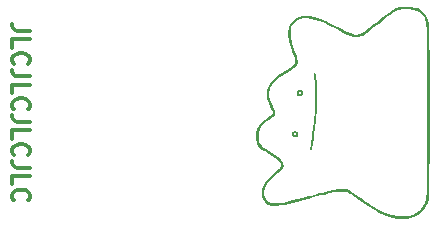
<source format=gbo>
G04 #@! TF.GenerationSoftware,KiCad,Pcbnew,(6.0.6)*
G04 #@! TF.CreationDate,2022-06-27T20:25:50-07:00*
G04 #@! TF.ProjectId,adapter,61646170-7465-4722-9e6b-696361645f70,rev?*
G04 #@! TF.SameCoordinates,Original*
G04 #@! TF.FileFunction,Legend,Bot*
G04 #@! TF.FilePolarity,Positive*
%FSLAX46Y46*%
G04 Gerber Fmt 4.6, Leading zero omitted, Abs format (unit mm)*
G04 Created by KiCad (PCBNEW (6.0.6)) date 2022-06-27 20:25:50*
%MOMM*%
%LPD*%
G01*
G04 APERTURE LIST*
%ADD10C,0.300000*%
%ADD11O,0.850000X0.850000*%
%ADD12R,0.850000X0.850000*%
%ADD13R,1.700000X1.700000*%
%ADD14O,1.700000X1.700000*%
G04 APERTURE END LIST*
D10*
X108321428Y-87571428D02*
X107250000Y-87571428D01*
X107035714Y-87500000D01*
X106892857Y-87357142D01*
X106821428Y-87142857D01*
X106821428Y-87000000D01*
X106821428Y-89000000D02*
X106821428Y-88285714D01*
X108321428Y-88285714D01*
X106964285Y-90357142D02*
X106892857Y-90285714D01*
X106821428Y-90071428D01*
X106821428Y-89928571D01*
X106892857Y-89714285D01*
X107035714Y-89571428D01*
X107178571Y-89500000D01*
X107464285Y-89428571D01*
X107678571Y-89428571D01*
X107964285Y-89500000D01*
X108107142Y-89571428D01*
X108250000Y-89714285D01*
X108321428Y-89928571D01*
X108321428Y-90071428D01*
X108250000Y-90285714D01*
X108178571Y-90357142D01*
X108321428Y-91428571D02*
X107250000Y-91428571D01*
X107035714Y-91357142D01*
X106892857Y-91214285D01*
X106821428Y-91000000D01*
X106821428Y-90857142D01*
X106821428Y-92857142D02*
X106821428Y-92142857D01*
X108321428Y-92142857D01*
X106964285Y-94214285D02*
X106892857Y-94142857D01*
X106821428Y-93928571D01*
X106821428Y-93785714D01*
X106892857Y-93571428D01*
X107035714Y-93428571D01*
X107178571Y-93357142D01*
X107464285Y-93285714D01*
X107678571Y-93285714D01*
X107964285Y-93357142D01*
X108107142Y-93428571D01*
X108250000Y-93571428D01*
X108321428Y-93785714D01*
X108321428Y-93928571D01*
X108250000Y-94142857D01*
X108178571Y-94214285D01*
X108321428Y-95285714D02*
X107250000Y-95285714D01*
X107035714Y-95214285D01*
X106892857Y-95071428D01*
X106821428Y-94857142D01*
X106821428Y-94714285D01*
X106821428Y-96714285D02*
X106821428Y-96000000D01*
X108321428Y-96000000D01*
X106964285Y-98071428D02*
X106892857Y-98000000D01*
X106821428Y-97785714D01*
X106821428Y-97642857D01*
X106892857Y-97428571D01*
X107035714Y-97285714D01*
X107178571Y-97214285D01*
X107464285Y-97142857D01*
X107678571Y-97142857D01*
X107964285Y-97214285D01*
X108107142Y-97285714D01*
X108250000Y-97428571D01*
X108321428Y-97642857D01*
X108321428Y-97785714D01*
X108250000Y-98000000D01*
X108178571Y-98071428D01*
X108321428Y-99142857D02*
X107250000Y-99142857D01*
X107035714Y-99071428D01*
X106892857Y-98928571D01*
X106821428Y-98714285D01*
X106821428Y-98571428D01*
X106821428Y-100571428D02*
X106821428Y-99857142D01*
X108321428Y-99857142D01*
X106964285Y-101928571D02*
X106892857Y-101857142D01*
X106821428Y-101642857D01*
X106821428Y-101500000D01*
X106892857Y-101285714D01*
X107035714Y-101142857D01*
X107178571Y-101071428D01*
X107464285Y-101000000D01*
X107678571Y-101000000D01*
X107964285Y-101071428D01*
X108107142Y-101142857D01*
X108250000Y-101285714D01*
X108321428Y-101500000D01*
X108321428Y-101642857D01*
X108250000Y-101857142D01*
X108178571Y-101928571D01*
G36*
X140649498Y-85555703D02*
G01*
X140915672Y-85604909D01*
X141154598Y-85671147D01*
X141352141Y-85752253D01*
X141541412Y-85875251D01*
X141720019Y-86049272D01*
X141864130Y-86255681D01*
X141964073Y-86482930D01*
X141989087Y-86558515D01*
X142026230Y-86663137D01*
X142056618Y-86740527D01*
X142084002Y-86824593D01*
X142095580Y-86902579D01*
X142102223Y-86953359D01*
X142123532Y-86992177D01*
X142126100Y-87016695D01*
X142128796Y-87095431D01*
X142131338Y-87225552D01*
X142133728Y-87404137D01*
X142135965Y-87628263D01*
X142138049Y-87895005D01*
X142139981Y-88201443D01*
X142141760Y-88544651D01*
X142143387Y-88921708D01*
X142144863Y-89329691D01*
X142146186Y-89765676D01*
X142147359Y-90226741D01*
X142148380Y-90709962D01*
X142149250Y-91212417D01*
X142149969Y-91731183D01*
X142150538Y-92263336D01*
X142150956Y-92805955D01*
X142151224Y-93356115D01*
X142151342Y-93910894D01*
X142151310Y-94467369D01*
X142151128Y-95022617D01*
X142150798Y-95573715D01*
X142150318Y-96117741D01*
X142149689Y-96651770D01*
X142148911Y-97172880D01*
X142147984Y-97678149D01*
X142146910Y-98164652D01*
X142145687Y-98629469D01*
X142144316Y-99069674D01*
X142142797Y-99482346D01*
X142141131Y-99864561D01*
X142139318Y-100213396D01*
X142137357Y-100525929D01*
X142135250Y-100799236D01*
X142132995Y-101030396D01*
X142130595Y-101216483D01*
X142128047Y-101354576D01*
X142125354Y-101441752D01*
X142122515Y-101475088D01*
X142120175Y-101480174D01*
X142105636Y-101539703D01*
X142092540Y-101635084D01*
X142083478Y-101748203D01*
X142074006Y-101863835D01*
X142051830Y-102001416D01*
X142021398Y-102101749D01*
X141985082Y-102155038D01*
X141984165Y-102155768D01*
X141960831Y-102190553D01*
X141922537Y-102261764D01*
X141877090Y-102354945D01*
X141730083Y-102611955D01*
X141533219Y-102854845D01*
X141301152Y-103061497D01*
X141042412Y-103223038D01*
X140822045Y-103317007D01*
X140521293Y-103404164D01*
X140197788Y-103459714D01*
X139866487Y-103481232D01*
X139542345Y-103466292D01*
X139438037Y-103453913D01*
X139056749Y-103388271D01*
X138677832Y-103289579D01*
X138296657Y-103155645D01*
X137908597Y-102984277D01*
X137509024Y-102773282D01*
X137093311Y-102520469D01*
X136656831Y-102223646D01*
X136194956Y-101880620D01*
X136003089Y-101734006D01*
X135828751Y-101604375D01*
X135682989Y-101501185D01*
X135557853Y-101419255D01*
X135445397Y-101353400D01*
X135337670Y-101298437D01*
X135226725Y-101249182D01*
X135197095Y-101237006D01*
X135119869Y-101208956D01*
X135045754Y-101190894D01*
X134959742Y-101180769D01*
X134846824Y-101176532D01*
X134691993Y-101176131D01*
X134600977Y-101177128D01*
X134510114Y-101179925D01*
X134419367Y-101185386D01*
X134324803Y-101194390D01*
X134222490Y-101207817D01*
X134108494Y-101226548D01*
X133978884Y-101251462D01*
X133829724Y-101283439D01*
X133657084Y-101323360D01*
X133457030Y-101372104D01*
X133225629Y-101430552D01*
X132958948Y-101499584D01*
X132653054Y-101580079D01*
X132304015Y-101672917D01*
X131907897Y-101778979D01*
X131460768Y-101899144D01*
X131303225Y-101941312D01*
X130893647Y-102048423D01*
X130531767Y-102138766D01*
X130212904Y-102213229D01*
X129932373Y-102272696D01*
X129685493Y-102318055D01*
X129467580Y-102350192D01*
X129273952Y-102369993D01*
X129099926Y-102378345D01*
X128940819Y-102376134D01*
X128934141Y-102375816D01*
X128752388Y-102362006D01*
X128611822Y-102336989D01*
X128497438Y-102295360D01*
X128394231Y-102231712D01*
X128287196Y-102140639D01*
X128177378Y-102019187D01*
X128056832Y-101817523D01*
X127980282Y-101589160D01*
X127949126Y-101341262D01*
X127964761Y-101080991D01*
X128028584Y-100815510D01*
X128090011Y-100656613D01*
X128203804Y-100440315D01*
X128354159Y-100225611D01*
X128545329Y-100007274D01*
X128781566Y-99780074D01*
X129067124Y-99538784D01*
X129255180Y-99382801D01*
X129399407Y-99250014D01*
X129501526Y-99136509D01*
X129564824Y-99037114D01*
X129592591Y-98946655D01*
X129588114Y-98859962D01*
X129554681Y-98771861D01*
X129502246Y-98694752D01*
X129392664Y-98580333D01*
X129239578Y-98450905D01*
X129048038Y-98310367D01*
X128823093Y-98162618D01*
X128569795Y-98011555D01*
X128453738Y-97944208D01*
X128187639Y-97777087D01*
X127970300Y-97617974D01*
X127797243Y-97461857D01*
X127663993Y-97303726D01*
X127566072Y-97138567D01*
X127499004Y-96961369D01*
X127458313Y-96767119D01*
X127452452Y-96719121D01*
X127451022Y-96619992D01*
X127674649Y-96619992D01*
X127676325Y-96742779D01*
X127682964Y-96831742D01*
X127696920Y-96901742D01*
X127720549Y-96967639D01*
X127756204Y-97044295D01*
X127837641Y-97182322D01*
X127953187Y-97321595D01*
X128105133Y-97459685D01*
X128299618Y-97602135D01*
X128542780Y-97754486D01*
X128822054Y-97922744D01*
X129078092Y-98085932D01*
X129288735Y-98232220D01*
X129457433Y-98364873D01*
X129587633Y-98487156D01*
X129682783Y-98602336D01*
X129746332Y-98713677D01*
X129781726Y-98824445D01*
X129792416Y-98937905D01*
X129790591Y-98987053D01*
X129777026Y-99071038D01*
X129746160Y-99152226D01*
X129693191Y-99236654D01*
X129613317Y-99330357D01*
X129501737Y-99439371D01*
X129353646Y-99569733D01*
X129164244Y-99727478D01*
X129091245Y-99787719D01*
X128891315Y-99958920D01*
X128729763Y-100109461D01*
X128599507Y-100247245D01*
X128493465Y-100380175D01*
X128404554Y-100516151D01*
X128325691Y-100663078D01*
X128308410Y-100699301D01*
X128219869Y-100937061D01*
X128173204Y-101170798D01*
X128166889Y-101394282D01*
X128199398Y-101601280D01*
X128269206Y-101785560D01*
X128374787Y-101940890D01*
X128514617Y-102061039D01*
X128687168Y-102139773D01*
X128770279Y-102160372D01*
X128878068Y-102176236D01*
X129000573Y-102182578D01*
X129141407Y-102178754D01*
X129304186Y-102164120D01*
X129492525Y-102138035D01*
X129710038Y-102099855D01*
X129960341Y-102048938D01*
X130247048Y-101984640D01*
X130573775Y-101906318D01*
X130944136Y-101813331D01*
X131361747Y-101705033D01*
X131830221Y-101580784D01*
X132018402Y-101530529D01*
X132414509Y-101425422D01*
X132761833Y-101334357D01*
X133064569Y-101256304D01*
X133326909Y-101190232D01*
X133553047Y-101135112D01*
X133747176Y-101089912D01*
X133913488Y-101053603D01*
X134056177Y-101025154D01*
X134179437Y-101003535D01*
X134218684Y-100997536D01*
X134412410Y-100975836D01*
X134615682Y-100963999D01*
X134812136Y-100962258D01*
X134985405Y-100970851D01*
X135119123Y-100990011D01*
X135147114Y-100996863D01*
X135303443Y-101051409D01*
X135485152Y-101140207D01*
X135695528Y-101265181D01*
X135937856Y-101428253D01*
X136215423Y-101631345D01*
X136371374Y-101748878D01*
X136592088Y-101914033D01*
X136778516Y-102051619D01*
X136937207Y-102166275D01*
X137074714Y-102262639D01*
X137197585Y-102345351D01*
X137312372Y-102419050D01*
X137425625Y-102488374D01*
X137729777Y-102660035D01*
X138173735Y-102873725D01*
X138614186Y-103042874D01*
X139045830Y-103165791D01*
X139463365Y-103240783D01*
X139861491Y-103266156D01*
X140055776Y-103259985D01*
X140403885Y-103214776D01*
X140721362Y-103127059D01*
X141005546Y-102998462D01*
X141253778Y-102830610D01*
X141463398Y-102625130D01*
X141631745Y-102383648D01*
X141756160Y-102107790D01*
X141761872Y-102091330D01*
X141789367Y-102010788D01*
X141813037Y-101936281D01*
X141833228Y-101862964D01*
X141850288Y-101785993D01*
X141864562Y-101700523D01*
X141876398Y-101601709D01*
X141886142Y-101484707D01*
X141894140Y-101344671D01*
X141900739Y-101176757D01*
X141906287Y-100976121D01*
X141911128Y-100737917D01*
X141915611Y-100457301D01*
X141920081Y-100129427D01*
X141924885Y-99749452D01*
X141927736Y-99497400D01*
X141931330Y-99099727D01*
X141934468Y-98653923D01*
X141937152Y-98165131D01*
X141939381Y-97638492D01*
X141941156Y-97079147D01*
X141942479Y-96492239D01*
X141943350Y-95882908D01*
X141943769Y-95256296D01*
X141943738Y-94617545D01*
X141943258Y-93971796D01*
X141942328Y-93324191D01*
X141940950Y-92679871D01*
X141939125Y-92043978D01*
X141936853Y-91421653D01*
X141934136Y-90818037D01*
X141930973Y-90238273D01*
X141927366Y-89687502D01*
X141923315Y-89170864D01*
X141923040Y-89138814D01*
X141919528Y-88736612D01*
X141916211Y-88386621D01*
X141912841Y-88084429D01*
X141909174Y-87825624D01*
X141904963Y-87605796D01*
X141899960Y-87420534D01*
X141893921Y-87265425D01*
X141886599Y-87136060D01*
X141877748Y-87028026D01*
X141867121Y-86936912D01*
X141854473Y-86858308D01*
X141839556Y-86787802D01*
X141822125Y-86720982D01*
X141801934Y-86653438D01*
X141778736Y-86580758D01*
X141750639Y-86501368D01*
X141650145Y-86299739D01*
X141516148Y-86133503D01*
X141343518Y-85998310D01*
X141127119Y-85889808D01*
X140861819Y-85803648D01*
X140836970Y-85797262D01*
X140733634Y-85774384D01*
X140627796Y-85758540D01*
X140505855Y-85748519D01*
X140354210Y-85743109D01*
X140159257Y-85741100D01*
X140035795Y-85741278D01*
X139892415Y-85744583D01*
X139762366Y-85753667D01*
X139640847Y-85771031D01*
X139523057Y-85799178D01*
X139404195Y-85840612D01*
X139279458Y-85897833D01*
X139144047Y-85973346D01*
X138993158Y-86069652D01*
X138821992Y-86189253D01*
X138625746Y-86334653D01*
X138399619Y-86508354D01*
X138138810Y-86712857D01*
X137838517Y-86950667D01*
X137725833Y-87040077D01*
X137453888Y-87255268D01*
X137220446Y-87438384D01*
X137021190Y-87592002D01*
X136851803Y-87718700D01*
X136707969Y-87821056D01*
X136585369Y-87901647D01*
X136479688Y-87963052D01*
X136386609Y-88007849D01*
X136301814Y-88038614D01*
X136220987Y-88057926D01*
X136139811Y-88068362D01*
X136053970Y-88072501D01*
X135959145Y-88072920D01*
X135926883Y-88072649D01*
X135783726Y-88067582D01*
X135666230Y-88053172D01*
X135548412Y-88025007D01*
X135404293Y-87978673D01*
X135348197Y-87958619D01*
X135198410Y-87898446D01*
X135022518Y-87819107D01*
X134816084Y-87718398D01*
X134574670Y-87594115D01*
X134293838Y-87444054D01*
X133969151Y-87266012D01*
X133738592Y-87141710D01*
X133281452Y-86917213D01*
X132855296Y-86739030D01*
X132460388Y-86607230D01*
X132096991Y-86521882D01*
X131765366Y-86483053D01*
X131465776Y-86490812D01*
X131198484Y-86545227D01*
X131147584Y-86562514D01*
X130966974Y-86646191D01*
X130800671Y-86755166D01*
X130669988Y-86876094D01*
X130648714Y-86901908D01*
X130541066Y-87076198D01*
X130458938Y-87287732D01*
X130406597Y-87523002D01*
X130388303Y-87768500D01*
X130389387Y-87853616D01*
X130396531Y-87989304D01*
X130411988Y-88124748D01*
X130437649Y-88267514D01*
X130475407Y-88425166D01*
X130527153Y-88605271D01*
X130594779Y-88815394D01*
X130680176Y-89063100D01*
X130785236Y-89355954D01*
X130843191Y-89516665D01*
X130893631Y-89661845D01*
X130928975Y-89774048D01*
X130951940Y-89864148D01*
X130965241Y-89943016D01*
X130971593Y-90021526D01*
X130973713Y-90110550D01*
X130973979Y-90157363D01*
X130971300Y-90266692D01*
X130960531Y-90343152D01*
X130937970Y-90404742D01*
X130899916Y-90469462D01*
X130854678Y-90532379D01*
X130774252Y-90621284D01*
X130669117Y-90713943D01*
X130532616Y-90815580D01*
X130358090Y-90931420D01*
X130138883Y-91066687D01*
X130057837Y-91115702D01*
X129899368Y-91212719D01*
X129747861Y-91306849D01*
X129617319Y-91389359D01*
X129521741Y-91451521D01*
X129249594Y-91656193D01*
X129002692Y-91895743D01*
X128806039Y-92152266D01*
X128662497Y-92422529D01*
X128658039Y-92433194D01*
X128626358Y-92516140D01*
X128605654Y-92592902D01*
X128593622Y-92679255D01*
X128587958Y-92790978D01*
X128586357Y-92943846D01*
X128586571Y-93001732D01*
X128592968Y-93169277D01*
X128611201Y-93314961D01*
X128645320Y-93452566D01*
X128699377Y-93595872D01*
X128777424Y-93758664D01*
X128883511Y-93954721D01*
X128897626Y-93980095D01*
X128994955Y-94165244D01*
X129060180Y-94313038D01*
X129095498Y-94430529D01*
X129103102Y-94524769D01*
X129085186Y-94602809D01*
X129044029Y-94678629D01*
X128975283Y-94761628D01*
X128874590Y-94852525D01*
X128735558Y-94957052D01*
X128551793Y-95080940D01*
X128415706Y-95171375D01*
X128235695Y-95301073D01*
X128094127Y-95420818D01*
X127983040Y-95539565D01*
X127894471Y-95666268D01*
X127820459Y-95809885D01*
X127753042Y-95979370D01*
X127724347Y-96063911D01*
X127699912Y-96156966D01*
X127685196Y-96254250D01*
X127677718Y-96373321D01*
X127674996Y-96531739D01*
X127674649Y-96619992D01*
X127451022Y-96619992D01*
X127448659Y-96456208D01*
X127486804Y-96176445D01*
X127564052Y-95894588D01*
X127677570Y-95625396D01*
X127733297Y-95529786D01*
X127842477Y-95389727D01*
X127989181Y-95245069D01*
X128178707Y-95090768D01*
X128416355Y-94921775D01*
X128489556Y-94871685D01*
X128617069Y-94781341D01*
X128726116Y-94700198D01*
X128806970Y-94635590D01*
X128849907Y-94594849D01*
X128861152Y-94580041D01*
X128881611Y-94544829D01*
X128889679Y-94505498D01*
X128883007Y-94454331D01*
X128859248Y-94383611D01*
X128816055Y-94285620D01*
X128751082Y-94152640D01*
X128661981Y-93976955D01*
X128639269Y-93932113D01*
X128527993Y-93696398D01*
X128448007Y-93491515D01*
X128395879Y-93305663D01*
X128368176Y-93127040D01*
X128361465Y-92943846D01*
X128361830Y-92922456D01*
X128373747Y-92728139D01*
X128404510Y-92557027D01*
X128459642Y-92386518D01*
X128544666Y-92194010D01*
X128546342Y-92190542D01*
X128633679Y-92031112D01*
X128737978Y-91885212D01*
X128874866Y-91730924D01*
X128938164Y-91665921D01*
X129057213Y-91551765D01*
X129181113Y-91445441D01*
X129319009Y-91340149D01*
X129480049Y-91229087D01*
X129673376Y-91105452D01*
X129908136Y-90962444D01*
X130089544Y-90852982D01*
X130303747Y-90718869D01*
X130473607Y-90601674D01*
X130602196Y-90494941D01*
X130692586Y-90392211D01*
X130747850Y-90287029D01*
X130771061Y-90172937D01*
X130765290Y-90043478D01*
X130733611Y-89892195D01*
X130679096Y-89712632D01*
X130604816Y-89498331D01*
X130522262Y-89263479D01*
X130415545Y-88947845D01*
X130329559Y-88674144D01*
X130263126Y-88436173D01*
X130215071Y-88227729D01*
X130184220Y-88042609D01*
X130169397Y-87874611D01*
X130169425Y-87717530D01*
X130183131Y-87565165D01*
X130209338Y-87411312D01*
X130235136Y-87302445D01*
X130333694Y-87034585D01*
X130472664Y-86804736D01*
X130649541Y-86614117D01*
X130861818Y-86463947D01*
X131106988Y-86355444D01*
X131382546Y-86289826D01*
X131685985Y-86268313D01*
X132014799Y-86292123D01*
X132366482Y-86362475D01*
X132485716Y-86394687D01*
X132706440Y-86461817D01*
X132927785Y-86540027D01*
X133157546Y-86632731D01*
X133403522Y-86743346D01*
X133673507Y-86875286D01*
X133975298Y-87031967D01*
X134316692Y-87216803D01*
X134423377Y-87275197D01*
X134747782Y-87448275D01*
X135031455Y-87590829D01*
X135279394Y-87703849D01*
X135496600Y-87788320D01*
X135688069Y-87845231D01*
X135858802Y-87875570D01*
X136013796Y-87880324D01*
X136158051Y-87860480D01*
X136296566Y-87817027D01*
X136434338Y-87750951D01*
X136576368Y-87663241D01*
X136634379Y-87622151D01*
X136738131Y-87545086D01*
X136873863Y-87441903D01*
X137034871Y-87317778D01*
X137214448Y-87177884D01*
X137405890Y-87027395D01*
X137602490Y-86871485D01*
X137679030Y-86810549D01*
X137982974Y-86569706D01*
X138248444Y-86362011D01*
X138479810Y-86184883D01*
X138681442Y-86035740D01*
X138857712Y-85912002D01*
X139012989Y-85811088D01*
X139151645Y-85730417D01*
X139278049Y-85667407D01*
X139396572Y-85619479D01*
X139511585Y-85584050D01*
X139627458Y-85558540D01*
X139748562Y-85540368D01*
X139879267Y-85526953D01*
X140091931Y-85517029D01*
X140159257Y-85519124D01*
X140370206Y-85525689D01*
X140649498Y-85555703D01*
G37*
G36*
X132477344Y-91130700D02*
G01*
X132489106Y-91156027D01*
X132508260Y-91232892D01*
X132529813Y-91350065D01*
X132552354Y-91498086D01*
X132574472Y-91667496D01*
X132594758Y-91848832D01*
X132611801Y-92032636D01*
X132612272Y-92038466D01*
X132620930Y-92192958D01*
X132626685Y-92394115D01*
X132629681Y-92632183D01*
X132630066Y-92897410D01*
X132627986Y-93180040D01*
X132623585Y-93470319D01*
X132617012Y-93758495D01*
X132608412Y-94034813D01*
X132597930Y-94289519D01*
X132585714Y-94512859D01*
X132571909Y-94695080D01*
X132562552Y-94794811D01*
X132535065Y-95069006D01*
X132504088Y-95355307D01*
X132470416Y-95647986D01*
X132434844Y-95941316D01*
X132398164Y-96229569D01*
X132361171Y-96507016D01*
X132324659Y-96767929D01*
X132289422Y-97006582D01*
X132256254Y-97217244D01*
X132225949Y-97394189D01*
X132199301Y-97531689D01*
X132177105Y-97624015D01*
X132160153Y-97665439D01*
X132151395Y-97672853D01*
X132103379Y-97680517D01*
X132061626Y-97647625D01*
X132043786Y-97586196D01*
X132043799Y-97584839D01*
X132048494Y-97532101D01*
X132060692Y-97433756D01*
X132079015Y-97299893D01*
X132102086Y-97140599D01*
X132128525Y-96965964D01*
X132162048Y-96743347D01*
X132228981Y-96265674D01*
X132293479Y-95762821D01*
X132352887Y-95255962D01*
X132404547Y-94766268D01*
X132409410Y-94714143D01*
X132424932Y-94500637D01*
X132437610Y-94250415D01*
X132447436Y-93971985D01*
X132454407Y-93673856D01*
X132458516Y-93364537D01*
X132459757Y-93052535D01*
X132458125Y-92746359D01*
X132453614Y-92454517D01*
X132446218Y-92185518D01*
X132435932Y-91947871D01*
X132422750Y-91750083D01*
X132406666Y-91600663D01*
X132406636Y-91600454D01*
X132387368Y-91461527D01*
X132371590Y-91339332D01*
X132360930Y-91247068D01*
X132357015Y-91197936D01*
X132357534Y-91189310D01*
X132383241Y-91140104D01*
X132430944Y-91116229D01*
X132477344Y-91130700D01*
G37*
G36*
X131240335Y-92562718D02*
G01*
X131309567Y-92587168D01*
X131372085Y-92647040D01*
X131403903Y-92690639D01*
X131445283Y-92803227D01*
X131431445Y-92914401D01*
X131362569Y-93017225D01*
X131282740Y-93075615D01*
X131177480Y-93104472D01*
X131074858Y-93091420D01*
X130985546Y-93042767D01*
X130920216Y-92964820D01*
X130889540Y-92863889D01*
X130890916Y-92852846D01*
X131055480Y-92852846D01*
X131085475Y-92915133D01*
X131144731Y-92944314D01*
X131220064Y-92928505D01*
X131253372Y-92897088D01*
X131274952Y-92829945D01*
X131265033Y-92781932D01*
X131221864Y-92732987D01*
X131161239Y-92714767D01*
X131101708Y-92731109D01*
X131061826Y-92785851D01*
X131055480Y-92852846D01*
X130890916Y-92852846D01*
X130904191Y-92746282D01*
X130905163Y-92743369D01*
X130962604Y-92638629D01*
X131052037Y-92578592D01*
X131161239Y-92562122D01*
X131179093Y-92559429D01*
X131240335Y-92562718D01*
G37*
G36*
X130866302Y-96023270D02*
G01*
X130967462Y-96096514D01*
X131020377Y-96161295D01*
X131041697Y-96221788D01*
X131037598Y-96302916D01*
X131030282Y-96341446D01*
X130977359Y-96451006D01*
X130886530Y-96521217D01*
X130764648Y-96545976D01*
X130656595Y-96526985D01*
X130561750Y-96466841D01*
X130502302Y-96376624D01*
X130486583Y-96275461D01*
X130648495Y-96275461D01*
X130649675Y-96292725D01*
X130681998Y-96357776D01*
X130744758Y-96388860D01*
X130819347Y-96375124D01*
X130853289Y-96344435D01*
X130876298Y-96275461D01*
X130865988Y-96228709D01*
X130819347Y-96175797D01*
X130803348Y-96168554D01*
X130729723Y-96165306D01*
X130671903Y-96204560D01*
X130648495Y-96275461D01*
X130486583Y-96275461D01*
X130485384Y-96267748D01*
X130518131Y-96151625D01*
X130556746Y-96093675D01*
X130647960Y-96023443D01*
X130729723Y-96005192D01*
X130755474Y-95999444D01*
X130866302Y-96023270D01*
G37*
%LPC*%
D11*
X105750000Y-105000000D03*
X105750000Y-104000000D03*
X105750000Y-103000000D03*
X105750000Y-102000000D03*
X105750000Y-101000000D03*
X105750000Y-100000000D03*
X105750000Y-99000000D03*
X105750000Y-98000000D03*
X105750000Y-97000000D03*
X105750000Y-96000000D03*
X105750000Y-95000000D03*
X105750000Y-94000000D03*
X105750000Y-93000000D03*
X105750000Y-92000000D03*
X105750000Y-91000000D03*
X105750000Y-90000000D03*
X105750000Y-89000000D03*
X105750000Y-88000000D03*
X105750000Y-87000000D03*
X105750000Y-86000000D03*
X105750000Y-85000000D03*
D12*
X105750000Y-84000000D03*
D13*
X145462500Y-67800000D03*
D14*
X145462500Y-70340000D03*
X145462500Y-72880000D03*
X145462500Y-75420000D03*
X145462500Y-77960000D03*
X145462500Y-80500000D03*
X145462500Y-83040000D03*
X145462500Y-85580000D03*
X145462500Y-88120000D03*
X145462500Y-90660000D03*
X145462500Y-93200000D03*
X145462500Y-95740000D03*
X145462500Y-98280000D03*
X145462500Y-100820000D03*
X145462500Y-103360000D03*
X145462500Y-105900000D03*
X145462500Y-108440000D03*
X145462500Y-110980000D03*
X145462500Y-113520000D03*
X145462500Y-116060000D03*
X145462500Y-118600000D03*
X145462500Y-121140000D03*
M02*

</source>
